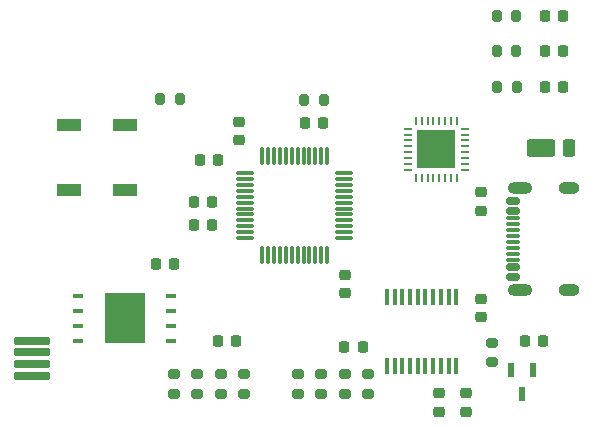
<source format=gbr>
%TF.GenerationSoftware,KiCad,Pcbnew,9.0.5*%
%TF.CreationDate,2026-01-02T01:02:28-05:00*%
%TF.ProjectId,fin-prototype,66696e2d-7072-46f7-946f-747970652e6b,rev?*%
%TF.SameCoordinates,Original*%
%TF.FileFunction,Paste,Top*%
%TF.FilePolarity,Positive*%
%FSLAX46Y46*%
G04 Gerber Fmt 4.6, Leading zero omitted, Abs format (unit mm)*
G04 Created by KiCad (PCBNEW 9.0.5) date 2026-01-02 01:02:28*
%MOMM*%
%LPD*%
G01*
G04 APERTURE LIST*
G04 Aperture macros list*
%AMRoundRect*
0 Rectangle with rounded corners*
0 $1 Rounding radius*
0 $2 $3 $4 $5 $6 $7 $8 $9 X,Y pos of 4 corners*
0 Add a 4 corners polygon primitive as box body*
4,1,4,$2,$3,$4,$5,$6,$7,$8,$9,$2,$3,0*
0 Add four circle primitives for the rounded corners*
1,1,$1+$1,$2,$3*
1,1,$1+$1,$4,$5*
1,1,$1+$1,$6,$7*
1,1,$1+$1,$8,$9*
0 Add four rect primitives between the rounded corners*
20,1,$1+$1,$2,$3,$4,$5,0*
20,1,$1+$1,$4,$5,$6,$7,0*
20,1,$1+$1,$6,$7,$8,$9,0*
20,1,$1+$1,$8,$9,$2,$3,0*%
G04 Aperture macros list end*
%ADD10C,0.000000*%
%ADD11RoundRect,0.200000X-0.275000X0.200000X-0.275000X-0.200000X0.275000X-0.200000X0.275000X0.200000X0*%
%ADD12RoundRect,0.225000X0.250000X-0.225000X0.250000X0.225000X-0.250000X0.225000X-0.250000X-0.225000X0*%
%ADD13R,0.355600X1.409700*%
%ADD14RoundRect,0.200000X-0.200000X-0.275000X0.200000X-0.275000X0.200000X0.275000X-0.200000X0.275000X0*%
%ADD15RoundRect,0.225000X-0.250000X0.225000X-0.250000X-0.225000X0.250000X-0.225000X0.250000X0.225000X0*%
%ADD16RoundRect,0.218750X0.218750X0.256250X-0.218750X0.256250X-0.218750X-0.256250X0.218750X-0.256250X0*%
%ADD17RoundRect,0.150000X0.425000X-0.150000X0.425000X0.150000X-0.425000X0.150000X-0.425000X-0.150000X0*%
%ADD18RoundRect,0.075000X0.500000X-0.075000X0.500000X0.075000X-0.500000X0.075000X-0.500000X-0.075000X0*%
%ADD19O,2.100000X1.000000*%
%ADD20O,1.800000X1.000000*%
%ADD21RoundRect,0.225000X0.225000X0.250000X-0.225000X0.250000X-0.225000X-0.250000X0.225000X-0.250000X0*%
%ADD22RoundRect,0.075000X-0.662500X-0.075000X0.662500X-0.075000X0.662500X0.075000X-0.662500X0.075000X0*%
%ADD23RoundRect,0.075000X-0.075000X-0.662500X0.075000X-0.662500X0.075000X0.662500X-0.075000X0.662500X0*%
%ADD24R,0.762000X0.254000*%
%ADD25R,0.254000X0.762000*%
%ADD26R,3.200400X3.200400*%
%ADD27RoundRect,0.200000X0.200000X0.275000X-0.200000X0.275000X-0.200000X-0.275000X0.200000X-0.275000X0*%
%ADD28RoundRect,0.200000X0.275000X-0.200000X0.275000X0.200000X-0.275000X0.200000X-0.275000X-0.200000X0*%
%ADD29RoundRect,0.105000X-1.395000X0.245000X-1.395000X-0.245000X1.395000X-0.245000X1.395000X0.245000X0*%
%ADD30RoundRect,0.218750X-0.218750X-0.256250X0.218750X-0.256250X0.218750X0.256250X-0.218750X0.256250X0*%
%ADD31R,0.599999X1.300000*%
%ADD32R,2.108200X0.990600*%
%ADD33RoundRect,0.225000X-0.225000X-0.250000X0.225000X-0.250000X0.225000X0.250000X-0.225000X0.250000X0*%
%ADD34R,0.863600X0.431800*%
%ADD35R,3.454400X4.343400*%
%ADD36RoundRect,0.250000X0.950000X0.500000X-0.950000X0.500000X-0.950000X-0.500000X0.950000X-0.500000X0*%
%ADD37RoundRect,0.250000X0.275000X0.500000X-0.275000X0.500000X-0.275000X-0.500000X0.275000X-0.500000X0*%
G04 APERTURE END LIST*
D10*
%TO.C,U3*%
G36*
X104250700Y-84271100D02*
G01*
X102723500Y-84271100D01*
X102723500Y-83023300D01*
X104250700Y-83023300D01*
X104250700Y-84271100D01*
G37*
G36*
X104250700Y-85718900D02*
G01*
X102723500Y-85718900D01*
X102723500Y-84471100D01*
X104250700Y-84471100D01*
X104250700Y-85718900D01*
G37*
G36*
X104250700Y-87166700D02*
G01*
X102723500Y-87166700D01*
X102723500Y-85918900D01*
X104250700Y-85918900D01*
X104250700Y-87166700D01*
G37*
G36*
X105977900Y-84271100D02*
G01*
X104450700Y-84271100D01*
X104450700Y-83023300D01*
X105977900Y-83023300D01*
X105977900Y-84271100D01*
G37*
G36*
X105977900Y-85718900D02*
G01*
X104450700Y-85718900D01*
X104450700Y-84471100D01*
X105977900Y-84471100D01*
X105977900Y-85718900D01*
G37*
G36*
X105977900Y-87166700D02*
G01*
X104450700Y-87166700D01*
X104450700Y-85918900D01*
X105977900Y-85918900D01*
X105977900Y-87166700D01*
G37*
%TD*%
D11*
%TO.C,R4*%
X123000000Y-89850000D03*
X123000000Y-91500000D03*
%TD*%
D12*
%TO.C,C7*%
X114000000Y-70000000D03*
X114000000Y-68450000D03*
%TD*%
D13*
%TO.C,U1*%
X132425000Y-83272250D03*
X131774999Y-83272250D03*
X131125001Y-83272250D03*
X130474999Y-83272250D03*
X129825001Y-83272250D03*
X129175002Y-83272250D03*
X128525001Y-83272250D03*
X127875002Y-83272250D03*
X127225001Y-83272250D03*
X126575002Y-83272250D03*
X126575000Y-89177750D03*
X127224998Y-89177750D03*
X127874999Y-89177750D03*
X128524998Y-89177750D03*
X129174999Y-89177750D03*
X129824998Y-89177750D03*
X130474999Y-89177750D03*
X131124998Y-89177750D03*
X131774999Y-89177750D03*
X132424998Y-89177750D03*
%TD*%
D14*
%TO.C,R8*%
X135850000Y-62500000D03*
X137500000Y-62500000D03*
%TD*%
D11*
%TO.C,R13*%
X121000000Y-89850000D03*
X121000000Y-91500000D03*
%TD*%
D14*
%TO.C,R10*%
X119575000Y-66600000D03*
X121225000Y-66600000D03*
%TD*%
D15*
%TO.C,C13*%
X134500000Y-74450000D03*
X134500000Y-76000000D03*
%TD*%
D16*
%TO.C,D4*%
X121187500Y-68600000D03*
X119612500Y-68600000D03*
%TD*%
D17*
%TO.C,J1*%
X137245000Y-81605000D03*
X137245000Y-80805000D03*
D18*
X137245000Y-79655000D03*
X137245000Y-78655000D03*
X137245000Y-78155000D03*
X137245000Y-77155000D03*
D17*
X137245000Y-76005000D03*
X137245000Y-75205000D03*
X137245000Y-75205000D03*
X137245000Y-76005000D03*
D18*
X137245000Y-76655000D03*
X137245000Y-77655000D03*
X137245000Y-79155000D03*
X137245000Y-80155000D03*
D17*
X137245000Y-80805000D03*
X137245000Y-81605000D03*
D19*
X137820000Y-82725000D03*
D20*
X142000000Y-82725000D03*
D19*
X137820000Y-74085000D03*
D20*
X142000000Y-74085000D03*
%TD*%
D11*
%TO.C,R14*%
X119000000Y-89850000D03*
X119000000Y-91500000D03*
%TD*%
D21*
%TO.C,C9*%
X111775000Y-77225000D03*
X110225000Y-77225000D03*
%TD*%
D22*
%TO.C,U2*%
X114587500Y-72812500D03*
X114587500Y-73312500D03*
X114587500Y-73812500D03*
X114587500Y-74312500D03*
X114587500Y-74812500D03*
X114587500Y-75312500D03*
X114587500Y-75812500D03*
X114587500Y-76312500D03*
X114587500Y-76812500D03*
X114587500Y-77312500D03*
X114587500Y-77812500D03*
X114587500Y-78312500D03*
D23*
X116000000Y-79725000D03*
X116500000Y-79725000D03*
X117000000Y-79725000D03*
X117500000Y-79725000D03*
X118000000Y-79725000D03*
X118500000Y-79725000D03*
X119000000Y-79725000D03*
X119500000Y-79725000D03*
X120000000Y-79725000D03*
X120500000Y-79725000D03*
X121000000Y-79725000D03*
X121500000Y-79725000D03*
D22*
X122912500Y-78312500D03*
X122912500Y-77812500D03*
X122912500Y-77312500D03*
X122912500Y-76812500D03*
X122912500Y-76312500D03*
X122912500Y-75812500D03*
X122912500Y-75312500D03*
X122912500Y-74812500D03*
X122912500Y-74312500D03*
X122912500Y-73812500D03*
X122912500Y-73312500D03*
X122912500Y-72812500D03*
D23*
X121500000Y-71400000D03*
X121000000Y-71400000D03*
X120500000Y-71400000D03*
X120000000Y-71400000D03*
X119500000Y-71400000D03*
X119000000Y-71400000D03*
X118500000Y-71400000D03*
X118000000Y-71400000D03*
X117500000Y-71400000D03*
X117000000Y-71400000D03*
X116500000Y-71400000D03*
X116000000Y-71400000D03*
%TD*%
D12*
%TO.C,C4*%
X133225000Y-93000000D03*
X133225000Y-91450000D03*
%TD*%
D24*
%TO.C,U5*%
X128323985Y-69048859D03*
X128323985Y-69548985D03*
X128323985Y-70049111D03*
X128323985Y-70549237D03*
X128323985Y-71049363D03*
X128323985Y-71549489D03*
X128323985Y-72049615D03*
X128323985Y-72549741D03*
D25*
X128999244Y-73225000D03*
X129499370Y-73225000D03*
X129999496Y-73225000D03*
X130499622Y-73225000D03*
X130999748Y-73225000D03*
X131499874Y-73225000D03*
X132000000Y-73225000D03*
X132500126Y-73225000D03*
D24*
X133175385Y-72549741D03*
X133175385Y-72049615D03*
X133175385Y-71549489D03*
X133175385Y-71049363D03*
X133175385Y-70549237D03*
X133175385Y-70049111D03*
X133175385Y-69548985D03*
X133175385Y-69048859D03*
D25*
X132500126Y-68373600D03*
X132000000Y-68373600D03*
X131499874Y-68373600D03*
X130999748Y-68373600D03*
X130499622Y-68373600D03*
X129999496Y-68373600D03*
X129499370Y-68373600D03*
X128999244Y-68373600D03*
D26*
X130749685Y-70799300D03*
%TD*%
D27*
%TO.C,R2*%
X109000000Y-66500000D03*
X107350000Y-66500000D03*
%TD*%
D15*
%TO.C,C11*%
X131000000Y-91450000D03*
X131000000Y-93000000D03*
%TD*%
D14*
%TO.C,R9*%
X135887500Y-65500000D03*
X137537500Y-65500000D03*
%TD*%
D28*
%TO.C,R12*%
X114500000Y-91500000D03*
X114500000Y-89850000D03*
%TD*%
%TO.C,R1*%
X135500000Y-88825000D03*
X135500000Y-87175000D03*
%TD*%
D15*
%TO.C,C6*%
X123000000Y-81450000D03*
X123000000Y-83000000D03*
%TD*%
D28*
%TO.C,R11*%
X112500000Y-91500000D03*
X112500000Y-89850000D03*
%TD*%
D27*
%TO.C,R7*%
X137500000Y-59500000D03*
X135850000Y-59500000D03*
%TD*%
D11*
%TO.C,R6*%
X108500000Y-89850000D03*
X108500000Y-91500000D03*
%TD*%
D21*
%TO.C,C3*%
X124500000Y-87500000D03*
X122950000Y-87500000D03*
%TD*%
D15*
%TO.C,C10*%
X134500000Y-83450000D03*
X134500000Y-85000000D03*
%TD*%
D29*
%TO.C,J5*%
X96500000Y-87000000D03*
X96500000Y-88000000D03*
X96500000Y-89000000D03*
X96500000Y-90000000D03*
%TD*%
D30*
%TO.C,D2*%
X139925000Y-62500000D03*
X141500000Y-62500000D03*
%TD*%
D31*
%TO.C,U4*%
X138950001Y-89450000D03*
X137049999Y-89450000D03*
X138000000Y-91550000D03*
%TD*%
D28*
%TO.C,R5*%
X110500000Y-91500000D03*
X110500000Y-89850000D03*
%TD*%
D32*
%TO.C,SW1*%
X99650500Y-74225000D03*
X104349500Y-74225000D03*
%TD*%
D21*
%TO.C,C5*%
X113775000Y-87000000D03*
X112225000Y-87000000D03*
%TD*%
%TO.C,C12*%
X108550000Y-80500000D03*
X107000000Y-80500000D03*
%TD*%
D33*
%TO.C,C2*%
X110225000Y-75225000D03*
X111775000Y-75225000D03*
%TD*%
D32*
%TO.C,SW2*%
X99650500Y-68725000D03*
X104349500Y-68725000D03*
%TD*%
D21*
%TO.C,C8*%
X112275000Y-71725000D03*
X110725000Y-71725000D03*
%TD*%
D34*
%TO.C,U3*%
X100426400Y-83190000D03*
X100426400Y-84460000D03*
X100426400Y-85730000D03*
X100426400Y-87000000D03*
X108275000Y-87000000D03*
X108275000Y-85730000D03*
X108275000Y-84460000D03*
X108275000Y-83190000D03*
D35*
X104350700Y-85095000D03*
%TD*%
D28*
%TO.C,R3*%
X125000000Y-91500000D03*
X125000000Y-89850000D03*
%TD*%
D30*
%TO.C,D3*%
X139925000Y-65500000D03*
X141500000Y-65500000D03*
%TD*%
%TO.C,D1*%
X139925000Y-59500000D03*
X141500000Y-59500000D03*
%TD*%
D33*
%TO.C,C1*%
X138225000Y-87000000D03*
X139775000Y-87000000D03*
%TD*%
D36*
%TO.C,D5*%
X139625000Y-70725000D03*
D37*
X142000000Y-70725000D03*
%TD*%
M02*

</source>
